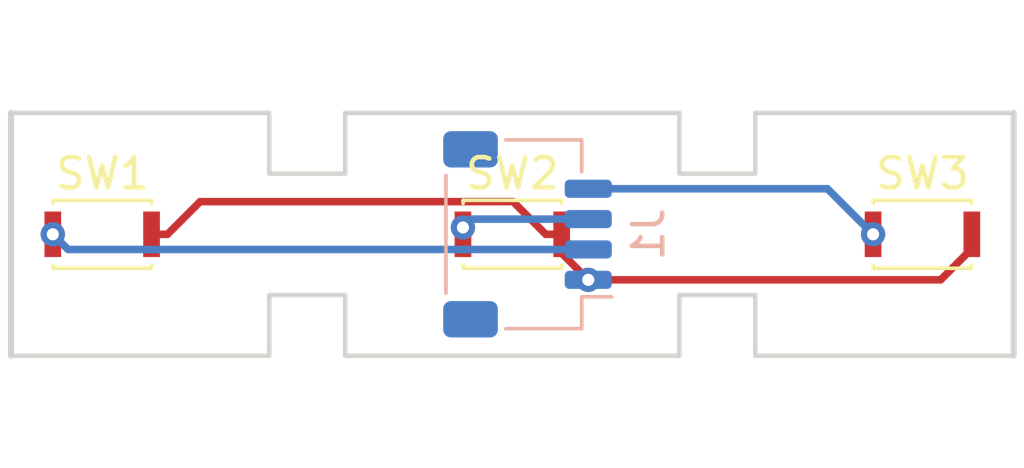
<source format=kicad_pcb>
(kicad_pcb (version 20171130) (host pcbnew "(5.0.0-rc2-200-g1f6f76beb)")

  (general
    (thickness 1.6)
    (drawings 20)
    (tracks 20)
    (zones 0)
    (modules 4)
    (nets 5)
  )

  (page A4)
  (layers
    (0 F.Cu signal)
    (31 B.Cu signal)
    (32 B.Adhes user)
    (33 F.Adhes user)
    (34 B.Paste user)
    (35 F.Paste user)
    (36 B.SilkS user)
    (37 F.SilkS user)
    (38 B.Mask user)
    (39 F.Mask user)
    (40 Dwgs.User user)
    (41 Cmts.User user)
    (42 Eco1.User user)
    (43 Eco2.User user)
    (44 Edge.Cuts user)
    (45 Margin user)
    (46 B.CrtYd user)
    (47 F.CrtYd user)
    (48 B.Fab user)
    (49 F.Fab user)
  )

  (setup
    (last_trace_width 0.25)
    (trace_clearance 0.2)
    (zone_clearance 0.508)
    (zone_45_only no)
    (trace_min 0.2)
    (segment_width 0.2)
    (edge_width 0.15)
    (via_size 0.8)
    (via_drill 0.4)
    (via_min_size 0.4)
    (via_min_drill 0.3)
    (uvia_size 0.3)
    (uvia_drill 0.1)
    (uvias_allowed no)
    (uvia_min_size 0.2)
    (uvia_min_drill 0.1)
    (pcb_text_width 0.3)
    (pcb_text_size 1.5 1.5)
    (mod_edge_width 0.15)
    (mod_text_size 1 1)
    (mod_text_width 0.15)
    (pad_size 1.524 1.524)
    (pad_drill 0.762)
    (pad_to_mask_clearance 0.2)
    (aux_axis_origin 0 0)
    (grid_origin 22.5 4)
    (visible_elements FFFFFF7F)
    (pcbplotparams
      (layerselection 0x010fc_ffffffff)
      (usegerberextensions false)
      (usegerberattributes false)
      (usegerberadvancedattributes false)
      (creategerberjobfile false)
      (excludeedgelayer true)
      (linewidth 0.100000)
      (plotframeref false)
      (viasonmask false)
      (mode 1)
      (useauxorigin false)
      (hpglpennumber 1)
      (hpglpenspeed 20)
      (hpglpendiameter 15.000000)
      (psnegative false)
      (psa4output false)
      (plotreference true)
      (plotvalue true)
      (plotinvisibletext false)
      (padsonsilk false)
      (subtractmaskfromsilk false)
      (outputformat 1)
      (mirror false)
      (drillshape 0)
      (scaleselection 1)
      (outputdirectory "gerber/"))
  )

  (net 0 "")
  (net 1 GND)
  (net 2 B1)
  (net 3 B2)
  (net 4 B3)

  (net_class Default "This is the default net class."
    (clearance 0.2)
    (trace_width 0.25)
    (via_dia 0.8)
    (via_drill 0.4)
    (uvia_dia 0.3)
    (uvia_drill 0.1)
    (add_net B1)
    (add_net B2)
    (add_net B3)
    (add_net GND)
  )

  (module Button_Switch_SMD:SW_SPST_CK_KXT3 (layer F.Cu) (tedit 5B0768E8) (tstamp 5E549F6C)
    (at 9 4)
    (descr https://www.ckswitches.com/media/1465/kxt3.pdf)
    (tags "Switch SPST KXT3")
    (path /5EF2D4B3)
    (attr smd)
    (fp_text reference SW1 (at 0 -2) (layer F.SilkS)
      (effects (font (size 1 1) (thickness 0.15)))
    )
    (fp_text value SW_Push (at 0 2) (layer F.Fab)
      (effects (font (size 1 1) (thickness 0.15)))
    )
    (fp_line (start -1.5 -1) (end 1.5 -1) (layer F.Fab) (width 0.1))
    (fp_line (start 1.5 -1) (end 1.5 1) (layer F.Fab) (width 0.1))
    (fp_line (start 1.5 1) (end -1.5 1) (layer F.Fab) (width 0.1))
    (fp_line (start -1.5 1) (end -1.5 -1) (layer F.Fab) (width 0.1))
    (fp_line (start 1.5 -0.65) (end 1.75 -0.65) (layer F.Fab) (width 0.1))
    (fp_line (start 1.75 -0.65) (end 1.75 -0.4) (layer F.Fab) (width 0.1))
    (fp_line (start 1.75 -0.4) (end 1.5 -0.15) (layer F.Fab) (width 0.1))
    (fp_line (start 1.5 0.15) (end 1.75 0.4) (layer F.Fab) (width 0.1))
    (fp_line (start 1.75 0.4) (end 1.75 0.65) (layer F.Fab) (width 0.1))
    (fp_line (start 1.75 0.65) (end 1.5 0.65) (layer F.Fab) (width 0.1))
    (fp_line (start -1.5 -0.65) (end -1.75 -0.65) (layer F.Fab) (width 0.1))
    (fp_line (start -1.75 -0.65) (end -1.75 -0.4) (layer F.Fab) (width 0.1))
    (fp_line (start -1.75 -0.4) (end -1.5 -0.15) (layer F.Fab) (width 0.1))
    (fp_line (start -1.5 0.15) (end -1.75 0.4) (layer F.Fab) (width 0.1))
    (fp_line (start -1.75 0.4) (end -1.75 0.65) (layer F.Fab) (width 0.1))
    (fp_line (start -1.75 0.65) (end -1.5 0.65) (layer F.Fab) (width 0.1))
    (fp_text user %R (at 0 0) (layer F.Fab)
      (effects (font (size 0.5 0.5) (thickness 0.075)))
    )
    (fp_line (start -1.62 -1.12) (end 1.62 -1.12) (layer F.SilkS) (width 0.12))
    (fp_line (start 1.62 -1.12) (end 1.62 -1.02) (layer F.SilkS) (width 0.12))
    (fp_line (start -1.62 -1.12) (end -1.62 -1.02) (layer F.SilkS) (width 0.12))
    (fp_line (start -1.62 1.12) (end 1.62 1.12) (layer F.SilkS) (width 0.12))
    (fp_line (start 1.62 1.02) (end 1.62 1.12) (layer F.SilkS) (width 0.12))
    (fp_line (start -1.62 1.02) (end -1.62 1.12) (layer F.SilkS) (width 0.12))
    (fp_line (start -2.15 -1.25) (end 2.15 -1.25) (layer F.CrtYd) (width 0.05))
    (fp_line (start 2.15 -1.25) (end 2.15 1.25) (layer F.CrtYd) (width 0.05))
    (fp_line (start -2.15 1.25) (end 2.15 1.25) (layer F.CrtYd) (width 0.05))
    (fp_line (start -2.15 -1.25) (end -2.15 1.25) (layer F.CrtYd) (width 0.05))
    (pad 1 smd rect (at -1.625 0) (size 0.55 1.5) (layers F.Cu F.Paste F.Mask)
      (net 2 B1))
    (pad 2 smd rect (at 1.625 0) (size 0.55 1.5) (layers F.Cu F.Paste F.Mask)
      (net 1 GND))
    (model /home/jeff/code/nrf52-watch/kicad/libs/KXT311LHS.stp
      (at (xyz 0 0 0))
      (scale (xyz 1 1 1))
      (rotate (xyz 0 0 0))
    )
  )

  (module Button_Switch_SMD:SW_SPST_CK_KXT3 (layer F.Cu) (tedit 5B0768E8) (tstamp 5E549F8C)
    (at 22.5 4)
    (descr https://www.ckswitches.com/media/1465/kxt3.pdf)
    (tags "Switch SPST KXT3")
    (path /5EF2D63D)
    (attr smd)
    (fp_text reference SW2 (at 0 -2) (layer F.SilkS)
      (effects (font (size 1 1) (thickness 0.15)))
    )
    (fp_text value SW_Push (at 0 2) (layer F.Fab)
      (effects (font (size 1 1) (thickness 0.15)))
    )
    (fp_line (start -2.15 -1.25) (end -2.15 1.25) (layer F.CrtYd) (width 0.05))
    (fp_line (start -2.15 1.25) (end 2.15 1.25) (layer F.CrtYd) (width 0.05))
    (fp_line (start 2.15 -1.25) (end 2.15 1.25) (layer F.CrtYd) (width 0.05))
    (fp_line (start -2.15 -1.25) (end 2.15 -1.25) (layer F.CrtYd) (width 0.05))
    (fp_line (start -1.62 1.02) (end -1.62 1.12) (layer F.SilkS) (width 0.12))
    (fp_line (start 1.62 1.02) (end 1.62 1.12) (layer F.SilkS) (width 0.12))
    (fp_line (start -1.62 1.12) (end 1.62 1.12) (layer F.SilkS) (width 0.12))
    (fp_line (start -1.62 -1.12) (end -1.62 -1.02) (layer F.SilkS) (width 0.12))
    (fp_line (start 1.62 -1.12) (end 1.62 -1.02) (layer F.SilkS) (width 0.12))
    (fp_line (start -1.62 -1.12) (end 1.62 -1.12) (layer F.SilkS) (width 0.12))
    (fp_text user %R (at 0 0) (layer F.Fab)
      (effects (font (size 0.5 0.5) (thickness 0.075)))
    )
    (fp_line (start -1.75 0.65) (end -1.5 0.65) (layer F.Fab) (width 0.1))
    (fp_line (start -1.75 0.4) (end -1.75 0.65) (layer F.Fab) (width 0.1))
    (fp_line (start -1.5 0.15) (end -1.75 0.4) (layer F.Fab) (width 0.1))
    (fp_line (start -1.75 -0.4) (end -1.5 -0.15) (layer F.Fab) (width 0.1))
    (fp_line (start -1.75 -0.65) (end -1.75 -0.4) (layer F.Fab) (width 0.1))
    (fp_line (start -1.5 -0.65) (end -1.75 -0.65) (layer F.Fab) (width 0.1))
    (fp_line (start 1.75 0.65) (end 1.5 0.65) (layer F.Fab) (width 0.1))
    (fp_line (start 1.75 0.4) (end 1.75 0.65) (layer F.Fab) (width 0.1))
    (fp_line (start 1.5 0.15) (end 1.75 0.4) (layer F.Fab) (width 0.1))
    (fp_line (start 1.75 -0.4) (end 1.5 -0.15) (layer F.Fab) (width 0.1))
    (fp_line (start 1.75 -0.65) (end 1.75 -0.4) (layer F.Fab) (width 0.1))
    (fp_line (start 1.5 -0.65) (end 1.75 -0.65) (layer F.Fab) (width 0.1))
    (fp_line (start -1.5 1) (end -1.5 -1) (layer F.Fab) (width 0.1))
    (fp_line (start 1.5 1) (end -1.5 1) (layer F.Fab) (width 0.1))
    (fp_line (start 1.5 -1) (end 1.5 1) (layer F.Fab) (width 0.1))
    (fp_line (start -1.5 -1) (end 1.5 -1) (layer F.Fab) (width 0.1))
    (pad 2 smd rect (at 1.625 0) (size 0.55 1.5) (layers F.Cu F.Paste F.Mask)
      (net 1 GND))
    (pad 1 smd rect (at -1.625 0) (size 0.55 1.5) (layers F.Cu F.Paste F.Mask)
      (net 3 B2))
    (model /home/jeff/code/nrf52-watch/kicad/libs/KXT311LHS.stp
      (at (xyz 0 0 0))
      (scale (xyz 1 1 1))
      (rotate (xyz 0 0 0))
    )
  )

  (module Button_Switch_SMD:SW_SPST_CK_KXT3 (layer F.Cu) (tedit 5B0768E8) (tstamp 5E549FAC)
    (at 36 4)
    (descr https://www.ckswitches.com/media/1465/kxt3.pdf)
    (tags "Switch SPST KXT3")
    (path /5EF2D6E2)
    (attr smd)
    (fp_text reference SW3 (at 0 -2) (layer F.SilkS)
      (effects (font (size 1 1) (thickness 0.15)))
    )
    (fp_text value SW_Push (at 0 2) (layer F.Fab)
      (effects (font (size 1 1) (thickness 0.15)))
    )
    (fp_line (start -1.5 -1) (end 1.5 -1) (layer F.Fab) (width 0.1))
    (fp_line (start 1.5 -1) (end 1.5 1) (layer F.Fab) (width 0.1))
    (fp_line (start 1.5 1) (end -1.5 1) (layer F.Fab) (width 0.1))
    (fp_line (start -1.5 1) (end -1.5 -1) (layer F.Fab) (width 0.1))
    (fp_line (start 1.5 -0.65) (end 1.75 -0.65) (layer F.Fab) (width 0.1))
    (fp_line (start 1.75 -0.65) (end 1.75 -0.4) (layer F.Fab) (width 0.1))
    (fp_line (start 1.75 -0.4) (end 1.5 -0.15) (layer F.Fab) (width 0.1))
    (fp_line (start 1.5 0.15) (end 1.75 0.4) (layer F.Fab) (width 0.1))
    (fp_line (start 1.75 0.4) (end 1.75 0.65) (layer F.Fab) (width 0.1))
    (fp_line (start 1.75 0.65) (end 1.5 0.65) (layer F.Fab) (width 0.1))
    (fp_line (start -1.5 -0.65) (end -1.75 -0.65) (layer F.Fab) (width 0.1))
    (fp_line (start -1.75 -0.65) (end -1.75 -0.4) (layer F.Fab) (width 0.1))
    (fp_line (start -1.75 -0.4) (end -1.5 -0.15) (layer F.Fab) (width 0.1))
    (fp_line (start -1.5 0.15) (end -1.75 0.4) (layer F.Fab) (width 0.1))
    (fp_line (start -1.75 0.4) (end -1.75 0.65) (layer F.Fab) (width 0.1))
    (fp_line (start -1.75 0.65) (end -1.5 0.65) (layer F.Fab) (width 0.1))
    (fp_text user %R (at 0 0) (layer F.Fab)
      (effects (font (size 0.5 0.5) (thickness 0.075)))
    )
    (fp_line (start -1.62 -1.12) (end 1.62 -1.12) (layer F.SilkS) (width 0.12))
    (fp_line (start 1.62 -1.12) (end 1.62 -1.02) (layer F.SilkS) (width 0.12))
    (fp_line (start -1.62 -1.12) (end -1.62 -1.02) (layer F.SilkS) (width 0.12))
    (fp_line (start -1.62 1.12) (end 1.62 1.12) (layer F.SilkS) (width 0.12))
    (fp_line (start 1.62 1.02) (end 1.62 1.12) (layer F.SilkS) (width 0.12))
    (fp_line (start -1.62 1.02) (end -1.62 1.12) (layer F.SilkS) (width 0.12))
    (fp_line (start -2.15 -1.25) (end 2.15 -1.25) (layer F.CrtYd) (width 0.05))
    (fp_line (start 2.15 -1.25) (end 2.15 1.25) (layer F.CrtYd) (width 0.05))
    (fp_line (start -2.15 1.25) (end 2.15 1.25) (layer F.CrtYd) (width 0.05))
    (fp_line (start -2.15 -1.25) (end -2.15 1.25) (layer F.CrtYd) (width 0.05))
    (pad 1 smd rect (at -1.625 0) (size 0.55 1.5) (layers F.Cu F.Paste F.Mask)
      (net 4 B3))
    (pad 2 smd rect (at 1.625 0) (size 0.55 1.5) (layers F.Cu F.Paste F.Mask)
      (net 1 GND))
    (model /home/jeff/code/nrf52-watch/kicad/libs/KXT311LHS.stp
      (at (xyz 0 0 0))
      (scale (xyz 1 1 1))
      (rotate (xyz 0 0 0))
    )
  )

  (module Connector_JST:JST_SH_SM04B-SRSS-TB_1x04-1MP_P1.00mm_Horizontal (layer B.Cu) (tedit 5B78AD87) (tstamp 5E54A4AA)
    (at 23 4 90)
    (descr "JST SH series connector, SM04B-SRSS-TB (http://www.jst-mfg.com/product/pdf/eng/eSH.pdf), generated with kicad-footprint-generator")
    (tags "connector JST SH top entry")
    (path /5EF2D1BF)
    (attr smd)
    (fp_text reference J1 (at 0 3.98 90) (layer B.SilkS)
      (effects (font (size 1 1) (thickness 0.15)) (justify mirror))
    )
    (fp_text value Conn_01x04_Female (at 0 -3.98 90) (layer B.Fab)
      (effects (font (size 1 1) (thickness 0.15)) (justify mirror))
    )
    (fp_line (start -3 1.675) (end 3 1.675) (layer B.Fab) (width 0.1))
    (fp_line (start -3.11 -0.715) (end -3.11 1.785) (layer B.SilkS) (width 0.12))
    (fp_line (start -3.11 1.785) (end -2.06 1.785) (layer B.SilkS) (width 0.12))
    (fp_line (start -2.06 1.785) (end -2.06 2.775) (layer B.SilkS) (width 0.12))
    (fp_line (start 3.11 -0.715) (end 3.11 1.785) (layer B.SilkS) (width 0.12))
    (fp_line (start 3.11 1.785) (end 2.06 1.785) (layer B.SilkS) (width 0.12))
    (fp_line (start -1.94 -2.685) (end 1.94 -2.685) (layer B.SilkS) (width 0.12))
    (fp_line (start -3 -2.575) (end 3 -2.575) (layer B.Fab) (width 0.1))
    (fp_line (start -3 1.675) (end -3 -2.575) (layer B.Fab) (width 0.1))
    (fp_line (start 3 1.675) (end 3 -2.575) (layer B.Fab) (width 0.1))
    (fp_line (start -3.9 3.28) (end -3.9 -3.28) (layer B.CrtYd) (width 0.05))
    (fp_line (start -3.9 -3.28) (end 3.9 -3.28) (layer B.CrtYd) (width 0.05))
    (fp_line (start 3.9 -3.28) (end 3.9 3.28) (layer B.CrtYd) (width 0.05))
    (fp_line (start 3.9 3.28) (end -3.9 3.28) (layer B.CrtYd) (width 0.05))
    (fp_line (start -2 1.675) (end -1.5 0.967893) (layer B.Fab) (width 0.1))
    (fp_line (start -1.5 0.967893) (end -1 1.675) (layer B.Fab) (width 0.1))
    (fp_text user %R (at 0 0 90) (layer B.Fab)
      (effects (font (size 1 1) (thickness 0.15)) (justify mirror))
    )
    (pad 1 smd roundrect (at -1.5 2 90) (size 0.6 1.55) (layers B.Cu B.Paste B.Mask) (roundrect_rratio 0.25)
      (net 1 GND))
    (pad 2 smd roundrect (at -0.5 2 90) (size 0.6 1.55) (layers B.Cu B.Paste B.Mask) (roundrect_rratio 0.25)
      (net 2 B1))
    (pad 3 smd roundrect (at 0.5 2 90) (size 0.6 1.55) (layers B.Cu B.Paste B.Mask) (roundrect_rratio 0.25)
      (net 3 B2))
    (pad 4 smd roundrect (at 1.5 2 90) (size 0.6 1.55) (layers B.Cu B.Paste B.Mask) (roundrect_rratio 0.25)
      (net 4 B3))
    (pad MP smd roundrect (at -2.8 -1.875 90) (size 1.2 1.8) (layers B.Cu B.Paste B.Mask) (roundrect_rratio 0.208333))
    (pad MP smd roundrect (at 2.8 -1.875 90) (size 1.2 1.8) (layers B.Cu B.Paste B.Mask) (roundrect_rratio 0.208333))
    (model /home/jeff/code/nrf52-watch/kicad/libs/jst.step
      (offset (xyz 0 1.5 -0.4))
      (scale (xyz 1 1 1))
      (rotate (xyz -90 0 0))
    )
  )

  (gr_line (start 30.5 0) (end 39 0) (layer Edge.Cuts) (width 0.15))
  (gr_line (start 30.5 2) (end 30.5 0) (layer Edge.Cuts) (width 0.15))
  (gr_line (start 28 2) (end 30.5 2) (layer Edge.Cuts) (width 0.15))
  (gr_line (start 28 0) (end 28 2) (layer Edge.Cuts) (width 0.15))
  (gr_line (start 17 0) (end 28 0) (layer Edge.Cuts) (width 0.15))
  (gr_line (start 17 2) (end 17 0) (layer Edge.Cuts) (width 0.15))
  (gr_line (start 14.5 2) (end 17 2) (layer Edge.Cuts) (width 0.15))
  (gr_line (start 14.5 0) (end 14.5 2) (layer Edge.Cuts) (width 0.15))
  (gr_line (start 6 0) (end 14.5 0) (layer Edge.Cuts) (width 0.15))
  (gr_line (start 14.5 8) (end 6 8) (layer Edge.Cuts) (width 0.15))
  (gr_line (start 39 8) (end 30.5 8) (layer Edge.Cuts) (width 0.15))
  (gr_line (start 39 0) (end 39 8) (layer Edge.Cuts) (width 0.2))
  (gr_line (start 6 0) (end 6 8) (layer Edge.Cuts) (width 0.2))
  (gr_line (start 17 8) (end 28 8) (layer Edge.Cuts) (width 0.15))
  (gr_line (start 30.5 6) (end 30.5 8) (layer Edge.Cuts) (width 0.15))
  (gr_line (start 28 6) (end 30.5 6) (layer Edge.Cuts) (width 0.15))
  (gr_line (start 28 8) (end 28 6) (layer Edge.Cuts) (width 0.15))
  (gr_line (start 17 6) (end 17 8) (layer Edge.Cuts) (width 0.15))
  (gr_line (start 14.5 6) (end 17 6) (layer Edge.Cuts) (width 0.15))
  (gr_line (start 14.5 8) (end 14.5 6) (layer Edge.Cuts) (width 0.15))

  (via (at 25 5.5) (size 0.8) (drill 0.4) (layers F.Cu B.Cu) (net 1))
  (segment (start 36.6 5.5) (end 25 5.5) (width 0.25) (layer F.Cu) (net 1))
  (segment (start 37.625 4.475) (end 36.6 5.5) (width 0.25) (layer F.Cu) (net 1))
  (segment (start 37.625 4) (end 37.625 4.475) (width 0.25) (layer F.Cu) (net 1))
  (segment (start 24.125 4.625) (end 25 5.5) (width 0.25) (layer F.Cu) (net 1))
  (segment (start 24.125 4) (end 24.125 4.625) (width 0.25) (layer F.Cu) (net 1))
  (segment (start 23.6 4) (end 24.125 4) (width 0.25) (layer F.Cu) (net 1))
  (segment (start 22.524999 2.924999) (end 23.6 4) (width 0.25) (layer F.Cu) (net 1))
  (segment (start 12.225001 2.924999) (end 22.524999 2.924999) (width 0.25) (layer F.Cu) (net 1))
  (segment (start 11.15 4) (end 12.225001 2.924999) (width 0.25) (layer F.Cu) (net 1))
  (segment (start 10.625 4) (end 11.15 4) (width 0.25) (layer F.Cu) (net 1))
  (via (at 7.375 4) (size 0.8) (drill 0.4) (layers F.Cu B.Cu) (net 2))
  (segment (start 25 4.5) (end 7.875 4.5) (width 0.25) (layer B.Cu) (net 2))
  (segment (start 7.875 4.5) (end 7.375 4) (width 0.25) (layer B.Cu) (net 2))
  (segment (start 25 3.5) (end 21.14999 3.5) (width 0.25) (layer B.Cu) (net 3))
  (segment (start 21.14999 3.5) (end 20.875 3.77499) (width 0.25) (layer B.Cu) (net 3))
  (via (at 20.875 3.77499) (size 0.8) (drill 0.4) (layers F.Cu B.Cu) (net 3))
  (via (at 34.375 4) (size 0.8) (drill 0.4) (layers F.Cu B.Cu) (net 4))
  (segment (start 25 2.5) (end 32.875 2.5) (width 0.25) (layer B.Cu) (net 4))
  (segment (start 32.875 2.5) (end 34.375 4) (width 0.25) (layer B.Cu) (net 4))

)

</source>
